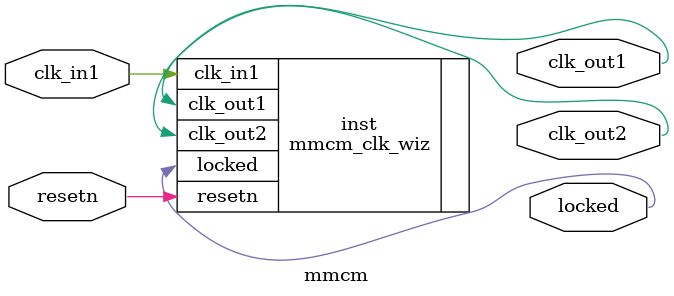
<source format=v>


`timescale 1ps/1ps

(* CORE_GENERATION_INFO = "mmcm,clk_wiz_v6_0_2_0_0,{component_name=mmcm,use_phase_alignment=true,use_min_o_jitter=false,use_max_i_jitter=false,use_dyn_phase_shift=false,use_inclk_switchover=false,use_dyn_reconfig=false,enable_axi=0,feedback_source=FDBK_AUTO,PRIMITIVE=MMCM,num_out_clk=2,clkin1_period=10.000,clkin2_period=10.000,use_power_down=false,use_reset=true,use_locked=true,use_inclk_stopped=false,feedback_type=SINGLE,CLOCK_MGR_TYPE=NA,manual_override=false}" *)

module mmcm 
 (
  // Clock out ports
  output        clk_out1,
  output        clk_out2,
  // Status and control signals
  input         resetn,
  output        locked,
 // Clock in ports
  input         clk_in1
 );

  mmcm_clk_wiz inst
  (
  // Clock out ports  
  .clk_out1(clk_out1),
  .clk_out2(clk_out2),
  // Status and control signals               
  .resetn(resetn), 
  .locked(locked),
 // Clock in ports
  .clk_in1(clk_in1)
  );

endmodule

</source>
